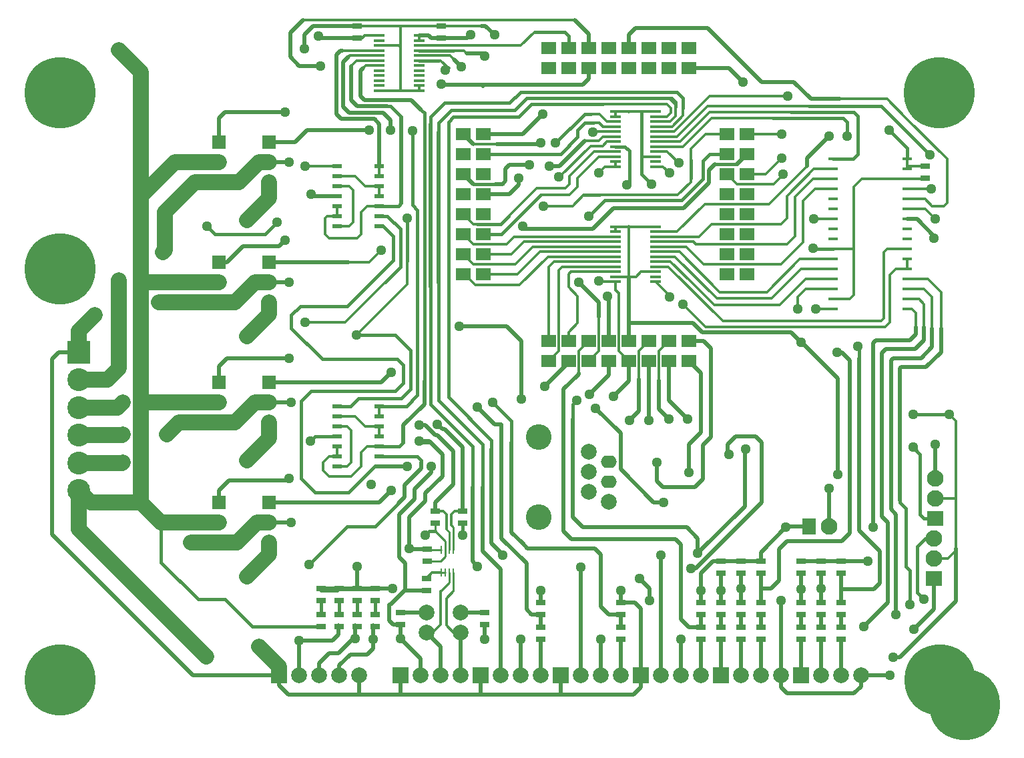
<source format=gbl>
G04 (created by PCBNEW (2013-07-07 BZR 4022)-stable) date ven. 16 mai 2014 20:48:30 CEST*
%MOIN*%
G04 Gerber Fmt 3.4, Leading zero omitted, Abs format*
%FSLAX34Y34*%
G01*
G70*
G90*
G04 APERTURE LIST*
%ADD10C,0.00590551*%
%ADD11C,0.315*%
%ADD12R,0.1142X0.1142*%
%ADD13C,0.1142*%
%ADD14C,0.0787402*%
%ADD15O,0.0787402X0.0629921*%
%ADD16C,0.128*%
%ADD17C,0.3543*%
%ADD18R,0.0098X0.0394*%
%ADD19R,0.0551X0.0138*%
%ADD20R,0.05X0.018*%
%ADD21R,0.045X0.02*%
%ADD22R,0.045X0.025*%
%ADD23R,0.0709X0.0827*%
%ADD24C,0.0827*%
%ADD25R,0.0748X0.063*%
%ADD26C,0.0787*%
%ADD27R,0.0787X0.0787*%
%ADD28R,0.0827X0.0748*%
%ADD29C,0.07*%
%ADD30R,0.07X0.07*%
%ADD31C,0.0512*%
%ADD32C,0.0157*%
%ADD33C,0.0197*%
%ADD34C,0.0787402*%
%ADD35C,0.0138*%
%ADD36C,0.00984252*%
%ADD37C,0.011811*%
G04 APERTURE END LIST*
G54D10*
G54D11*
X80000Y-41375D03*
G54D12*
X37000Y-25000D03*
G54D13*
X37000Y-26375D03*
X37000Y-27775D03*
X37000Y-29150D03*
X37000Y-30525D03*
X37000Y-31900D03*
G54D14*
X62450Y-30975D03*
X62450Y-31975D03*
X62450Y-29975D03*
X63450Y-32475D03*
G54D15*
X63450Y-31475D03*
X63450Y-30475D03*
G54D16*
X59950Y-29225D03*
X59950Y-33225D03*
G54D17*
X80000Y-41375D03*
X36050Y-20825D03*
X36050Y-41375D03*
G54D18*
X55700Y-34870D03*
X55500Y-34870D03*
X55300Y-34870D03*
X55100Y-34870D03*
X55700Y-36010D03*
X55500Y-36010D03*
X55300Y-36010D03*
X55100Y-36010D03*
G54D19*
X63800Y-21475D03*
X63800Y-21225D03*
X63800Y-20975D03*
X63800Y-20725D03*
X63800Y-20475D03*
X63800Y-20225D03*
X63800Y-19975D03*
X63800Y-19725D03*
X63800Y-19475D03*
X63800Y-19225D03*
X63800Y-18975D03*
X63800Y-18725D03*
X65800Y-18725D03*
X65800Y-18975D03*
X65800Y-19225D03*
X65800Y-19475D03*
X65800Y-19725D03*
X65800Y-19975D03*
X65800Y-20225D03*
X65800Y-20475D03*
X65800Y-20725D03*
X65800Y-20975D03*
X65800Y-21225D03*
X65800Y-21475D03*
X63800Y-15725D03*
X63800Y-15475D03*
X63800Y-15225D03*
X63800Y-14975D03*
X63800Y-14725D03*
X63800Y-14475D03*
X63800Y-14225D03*
X63800Y-13975D03*
X63800Y-13725D03*
X63800Y-13475D03*
X63800Y-13225D03*
X63800Y-12975D03*
X65800Y-12975D03*
X65800Y-13225D03*
X65800Y-13475D03*
X65800Y-13725D03*
X65800Y-13975D03*
X65800Y-14225D03*
X65800Y-14475D03*
X65800Y-14725D03*
X65800Y-14975D03*
X65800Y-15225D03*
X65800Y-15475D03*
X65800Y-15725D03*
X54000Y-9175D03*
X54000Y-9425D03*
X54000Y-9675D03*
X54000Y-9925D03*
X54000Y-10175D03*
X54000Y-10425D03*
X54000Y-10675D03*
X54000Y-10925D03*
X54000Y-11175D03*
X54000Y-11425D03*
X54000Y-11675D03*
X54000Y-11925D03*
X52000Y-11925D03*
X52000Y-11675D03*
X52000Y-11425D03*
X52000Y-11175D03*
X52000Y-10925D03*
X52000Y-10675D03*
X52000Y-10425D03*
X52000Y-10175D03*
X52000Y-9925D03*
X52000Y-9675D03*
X52000Y-9425D03*
X52000Y-9175D03*
G54D20*
X74650Y-21350D03*
X74650Y-20850D03*
X74650Y-20350D03*
X74650Y-19850D03*
X74650Y-19350D03*
X74650Y-17350D03*
X74650Y-16850D03*
X74650Y-16350D03*
X74650Y-15850D03*
X74650Y-15350D03*
X78350Y-15350D03*
X78350Y-15850D03*
X78350Y-16350D03*
X78350Y-16850D03*
X78350Y-17350D03*
X78350Y-19350D03*
X78350Y-19850D03*
X78350Y-20350D03*
X78350Y-20850D03*
X78350Y-21350D03*
X78350Y-21850D03*
X78350Y-22350D03*
X78350Y-22850D03*
X78350Y-17850D03*
X78350Y-18350D03*
X78350Y-18850D03*
X74650Y-17850D03*
X74650Y-18350D03*
X74650Y-18850D03*
X74650Y-21850D03*
X74650Y-22350D03*
X74650Y-22850D03*
G54D21*
X49900Y-30700D03*
X49900Y-30200D03*
X49900Y-29700D03*
X49900Y-29200D03*
X49900Y-28700D03*
X49900Y-28200D03*
X49900Y-27700D03*
X52000Y-27700D03*
X52000Y-28200D03*
X52000Y-28700D03*
X52000Y-29200D03*
X52000Y-29700D03*
X52000Y-30200D03*
X52000Y-30700D03*
X49900Y-18700D03*
X49900Y-18200D03*
X49900Y-17700D03*
X49900Y-17200D03*
X49900Y-16700D03*
X49900Y-16200D03*
X49900Y-15700D03*
X52000Y-15700D03*
X52000Y-16200D03*
X52000Y-16700D03*
X52000Y-17200D03*
X52000Y-17700D03*
X52000Y-18200D03*
X52000Y-18700D03*
G54D22*
X74050Y-38100D03*
X74050Y-37500D03*
X71050Y-36050D03*
X71050Y-35450D03*
X70050Y-36050D03*
X70050Y-35450D03*
X69050Y-36050D03*
X69050Y-35450D03*
X73050Y-36050D03*
X73050Y-35450D03*
X73050Y-38100D03*
X73050Y-37500D03*
X75050Y-38100D03*
X75050Y-37500D03*
X74050Y-36050D03*
X74050Y-35450D03*
X75050Y-36050D03*
X75050Y-35450D03*
X57250Y-38600D03*
X57250Y-38000D03*
X54350Y-36900D03*
X54350Y-36300D03*
X68050Y-39350D03*
X68050Y-38750D03*
X68050Y-38100D03*
X68050Y-37500D03*
X60050Y-39350D03*
X60050Y-38750D03*
X64050Y-39350D03*
X64050Y-38750D03*
X64050Y-38100D03*
X64050Y-37500D03*
X60050Y-38100D03*
X60050Y-37500D03*
X56150Y-33550D03*
X56150Y-32950D03*
X54800Y-33550D03*
X54800Y-32950D03*
X71050Y-38100D03*
X71050Y-37500D03*
X69050Y-38100D03*
X69050Y-37500D03*
X70050Y-38100D03*
X70050Y-37500D03*
X53050Y-38600D03*
X53050Y-38000D03*
X50000Y-37400D03*
X50000Y-36800D03*
X50900Y-37400D03*
X50900Y-36800D03*
X51800Y-37400D03*
X51800Y-36800D03*
X49100Y-37400D03*
X49100Y-36800D03*
X54400Y-35450D03*
X54400Y-34850D03*
X55100Y-9300D03*
X55100Y-8700D03*
X50900Y-9300D03*
X50900Y-8700D03*
X79250Y-15700D03*
X79250Y-16300D03*
X50900Y-38700D03*
X50900Y-38100D03*
X50000Y-38700D03*
X50000Y-38100D03*
X49100Y-38700D03*
X49100Y-38100D03*
X51800Y-38700D03*
X51800Y-38100D03*
X69050Y-39350D03*
X69050Y-38750D03*
X71050Y-39350D03*
X71050Y-38750D03*
X70050Y-39350D03*
X70050Y-38750D03*
X73050Y-39350D03*
X73050Y-38750D03*
X74050Y-39350D03*
X74050Y-38750D03*
X75050Y-39350D03*
X75050Y-38750D03*
G54D23*
X73450Y-33700D03*
G54D24*
X74450Y-33700D03*
G54D25*
X67450Y-24449D03*
X67450Y-25449D03*
X66450Y-24449D03*
X66450Y-25449D03*
X65450Y-24449D03*
X65450Y-25449D03*
X64450Y-24449D03*
X64450Y-25449D03*
X63450Y-24449D03*
X63450Y-25449D03*
X62450Y-24449D03*
X62450Y-25449D03*
X61450Y-24449D03*
X61450Y-25449D03*
X60450Y-24449D03*
X60450Y-25449D03*
X67450Y-9800D03*
X67450Y-10800D03*
X66450Y-9800D03*
X66450Y-10800D03*
X65450Y-9800D03*
X65450Y-10800D03*
X64450Y-9800D03*
X64450Y-10800D03*
X63450Y-9800D03*
X63450Y-10800D03*
X62450Y-9800D03*
X62450Y-10800D03*
X61450Y-9800D03*
X61450Y-10800D03*
X60450Y-9800D03*
X60450Y-10800D03*
X69350Y-14100D03*
X70350Y-14100D03*
X69350Y-15100D03*
X70350Y-15100D03*
X69350Y-16100D03*
X70350Y-16100D03*
X69350Y-17100D03*
X70350Y-17100D03*
X69350Y-18100D03*
X70350Y-18100D03*
X69350Y-19100D03*
X70350Y-19100D03*
X69350Y-20100D03*
X70350Y-20100D03*
X69350Y-21100D03*
X70350Y-21100D03*
X56200Y-21100D03*
X57200Y-21100D03*
X56200Y-20100D03*
X57200Y-20100D03*
X56200Y-19100D03*
X57200Y-19100D03*
X56200Y-18100D03*
X57200Y-18100D03*
X56200Y-17100D03*
X57200Y-17100D03*
X56200Y-16100D03*
X57200Y-16100D03*
X56200Y-15100D03*
X57200Y-15100D03*
X56200Y-14100D03*
X57200Y-14100D03*
G54D26*
X51000Y-41150D03*
G54D27*
X47000Y-41150D03*
G54D26*
X48000Y-41150D03*
X49000Y-41150D03*
X50000Y-41150D03*
G54D27*
X65050Y-41150D03*
G54D26*
X66050Y-41150D03*
X67050Y-41150D03*
X68050Y-41150D03*
G54D27*
X57050Y-41150D03*
G54D26*
X58050Y-41150D03*
X59050Y-41150D03*
X60050Y-41150D03*
G54D27*
X61050Y-41150D03*
G54D26*
X62050Y-41150D03*
X63050Y-41150D03*
X64050Y-41150D03*
G54D27*
X53050Y-41150D03*
G54D26*
X54050Y-41150D03*
X55050Y-41150D03*
X56050Y-41150D03*
G54D27*
X69050Y-41150D03*
G54D26*
X70050Y-41150D03*
X71050Y-41150D03*
X72050Y-41150D03*
G54D27*
X73050Y-41150D03*
G54D26*
X74050Y-41150D03*
X75050Y-41150D03*
X76050Y-41150D03*
G54D28*
X79750Y-33300D03*
G54D24*
X79750Y-32300D03*
X79750Y-31300D03*
G54D28*
X79700Y-36300D03*
G54D24*
X79700Y-35300D03*
X79700Y-34300D03*
G54D29*
X46500Y-16500D03*
X46500Y-15500D03*
G54D30*
X46500Y-14500D03*
G54D29*
X44000Y-34500D03*
X44000Y-33500D03*
G54D30*
X44000Y-32500D03*
G54D29*
X46500Y-34500D03*
X46500Y-33500D03*
G54D30*
X46500Y-32500D03*
G54D29*
X44000Y-22500D03*
X44000Y-21500D03*
G54D30*
X44000Y-20500D03*
G54D29*
X46500Y-22500D03*
X46500Y-21500D03*
G54D30*
X46500Y-20500D03*
G54D29*
X46500Y-28500D03*
X46500Y-27500D03*
G54D30*
X46500Y-26500D03*
G54D29*
X44000Y-16500D03*
X44000Y-15500D03*
G54D30*
X44000Y-14500D03*
G54D29*
X44000Y-28500D03*
X44000Y-27500D03*
G54D30*
X44000Y-26500D03*
G54D26*
X56050Y-39000D03*
X56050Y-38000D03*
G54D17*
X79950Y-12050D03*
X36050Y-12050D03*
X81225Y-42601D03*
X81225Y-42601D03*
G54D26*
X54350Y-39000D03*
X54350Y-38000D03*
G54D31*
X61850Y-27400D03*
X59100Y-27350D03*
X56000Y-23700D03*
X51600Y-31600D03*
X72050Y-37400D03*
X67900Y-35050D03*
X70300Y-29850D03*
X77500Y-41150D03*
X51700Y-39350D03*
X67550Y-35800D03*
X69450Y-30100D03*
X65500Y-37400D03*
X65000Y-36300D03*
X39000Y-9900D03*
X43350Y-40200D03*
X56150Y-34150D03*
X54300Y-34150D03*
X48000Y-39400D03*
X63700Y-27200D03*
X56550Y-9150D03*
X62950Y-16050D03*
X62950Y-21450D03*
X48950Y-9200D03*
X78650Y-28100D03*
X54600Y-30700D03*
X53400Y-30700D03*
X77450Y-13900D03*
X50800Y-39300D03*
X77650Y-40250D03*
X80450Y-28100D03*
X57250Y-39350D03*
X53050Y-39300D03*
X59050Y-39350D03*
X67050Y-39350D03*
X63050Y-39350D03*
X66500Y-16050D03*
X66500Y-22250D03*
X62450Y-18200D03*
X45400Y-24200D03*
X45400Y-18400D03*
X59150Y-18700D03*
X45400Y-36200D03*
X45400Y-30400D03*
X53650Y-13950D03*
X52550Y-13900D03*
X74450Y-14200D03*
X79550Y-16850D03*
X56100Y-10750D03*
X59500Y-15650D03*
X58950Y-16300D03*
X55300Y-10900D03*
X79750Y-29600D03*
X72150Y-16100D03*
X79200Y-37350D03*
X72100Y-15300D03*
X79700Y-19300D03*
X75350Y-14200D03*
X65850Y-30500D03*
X67450Y-31000D03*
X60150Y-13100D03*
X57250Y-10200D03*
X63400Y-22200D03*
X62800Y-27800D03*
X66200Y-32500D03*
X74450Y-31800D03*
X66950Y-15550D03*
X67150Y-22600D03*
X56900Y-27750D03*
X60050Y-14550D03*
X57650Y-27500D03*
X60200Y-17700D03*
X79750Y-18350D03*
X79500Y-15150D03*
X73700Y-18350D03*
X72400Y-12200D03*
X56900Y-35700D03*
X62050Y-35750D03*
X58150Y-35150D03*
X66050Y-35150D03*
X48250Y-9850D03*
X57750Y-9150D03*
X78650Y-29750D03*
X50850Y-24150D03*
X54000Y-29450D03*
X65600Y-16600D03*
X74900Y-31100D03*
X73050Y-24500D03*
X73650Y-19800D03*
X37800Y-23150D03*
X52650Y-36800D03*
X53400Y-18300D03*
X53500Y-34800D03*
X50900Y-35700D03*
X46000Y-39700D03*
X43400Y-18700D03*
X46900Y-18500D03*
X48300Y-15700D03*
X78700Y-38850D03*
X68050Y-36900D03*
X64050Y-36900D03*
X60050Y-36900D03*
X76400Y-35450D03*
X72300Y-33750D03*
X62650Y-14000D03*
X72100Y-14100D03*
X62500Y-27100D03*
X60500Y-15700D03*
X60250Y-26700D03*
X60950Y-16250D03*
X66450Y-28350D03*
X64500Y-28400D03*
X65450Y-28400D03*
X76200Y-38700D03*
X69050Y-36900D03*
X74850Y-25000D03*
X73800Y-22850D03*
X78500Y-37600D03*
X74050Y-36800D03*
X55100Y-11600D03*
X54900Y-28600D03*
X49050Y-10700D03*
X54000Y-28650D03*
X48500Y-35600D03*
X47500Y-31300D03*
X52600Y-26000D03*
X51500Y-13900D03*
X47300Y-13000D03*
X48550Y-29450D03*
X48600Y-17100D03*
X47500Y-25300D03*
X52600Y-31900D03*
X52100Y-19900D03*
X47300Y-19400D03*
X47500Y-15500D03*
X41200Y-20000D03*
X39000Y-21400D03*
X47500Y-21500D03*
X41000Y-22500D03*
X39200Y-27500D03*
X47600Y-27500D03*
X41400Y-29100D03*
X39200Y-29100D03*
X47600Y-33500D03*
X39200Y-30500D03*
X42600Y-34500D03*
X48300Y-23500D03*
X77800Y-38100D03*
X70050Y-36800D03*
X76650Y-33750D03*
X73050Y-36850D03*
X75900Y-24700D03*
X72900Y-22850D03*
X67400Y-28350D03*
X61950Y-21500D03*
X60800Y-14550D03*
X70150Y-11500D03*
X64350Y-16650D03*
G54D32*
X61650Y-27600D02*
X61650Y-28350D01*
X61850Y-27400D02*
X61650Y-27600D01*
G54D33*
X59100Y-27350D02*
X59100Y-24450D01*
X59100Y-24450D02*
X58350Y-23700D01*
X58350Y-23700D02*
X56000Y-23700D01*
X61650Y-29500D02*
X61650Y-28350D01*
X62150Y-33750D02*
X61650Y-33250D01*
X61650Y-33250D02*
X61650Y-29500D01*
X62850Y-33750D02*
X62150Y-33750D01*
X67900Y-35050D02*
X67900Y-34300D01*
X67350Y-33750D02*
X62850Y-33750D01*
X62850Y-33750D02*
X62800Y-33750D01*
X67900Y-34300D02*
X67350Y-33750D01*
X72050Y-37400D02*
X72050Y-41150D01*
X70250Y-32700D02*
X67900Y-35050D01*
X70250Y-29900D02*
X70250Y-32700D01*
X70300Y-29850D02*
X70250Y-29900D01*
X75050Y-42050D02*
X75700Y-42050D01*
X72050Y-41750D02*
X72350Y-42050D01*
X72350Y-42050D02*
X75050Y-42050D01*
X72050Y-41150D02*
X72050Y-41750D01*
X75700Y-42050D02*
X76050Y-41700D01*
X76050Y-41700D02*
X76050Y-41150D01*
X77500Y-41150D02*
X76050Y-41150D01*
X51700Y-38650D02*
X51700Y-39350D01*
X50000Y-40650D02*
X50550Y-40100D01*
X50550Y-40100D02*
X51400Y-40100D01*
X51400Y-40100D02*
X51700Y-39800D01*
X51700Y-39800D02*
X51700Y-39350D01*
X50000Y-40650D02*
X50000Y-41150D01*
X67797Y-35800D02*
X67550Y-35800D01*
X71100Y-32497D02*
X67797Y-35800D01*
X71100Y-29500D02*
X71100Y-32497D01*
X70800Y-29200D02*
X71100Y-29500D01*
X69800Y-29200D02*
X70800Y-29200D01*
X69400Y-29600D02*
X69800Y-29200D01*
X69400Y-30150D02*
X69400Y-29600D01*
X69450Y-30100D02*
X69400Y-30150D01*
X65500Y-36800D02*
X65500Y-37400D01*
X65000Y-36300D02*
X65500Y-36800D01*
G54D34*
X40100Y-17200D02*
X40100Y-11000D01*
X40100Y-11000D02*
X39000Y-9900D01*
X37000Y-31900D02*
X37000Y-33850D01*
X37000Y-33850D02*
X43350Y-40200D01*
G54D32*
X49100Y-38700D02*
X45650Y-38700D01*
X41100Y-35500D02*
X41100Y-33500D01*
X42950Y-37350D02*
X41100Y-35500D01*
X44300Y-37350D02*
X42950Y-37350D01*
X45650Y-38700D02*
X44300Y-37350D01*
G54D34*
X44000Y-33500D02*
X41100Y-33500D01*
X41100Y-33500D02*
X40100Y-32500D01*
X44000Y-21500D02*
X40100Y-21500D01*
X40100Y-21500D02*
X40300Y-21500D01*
X40300Y-21500D02*
X40100Y-21500D01*
X44000Y-27500D02*
X40100Y-27500D01*
X40100Y-32500D02*
X40100Y-27500D01*
X40100Y-27500D02*
X40100Y-21900D01*
X40100Y-21900D02*
X40100Y-21500D01*
X40100Y-21500D02*
X40100Y-17200D01*
X40100Y-17200D02*
X41800Y-15500D01*
X41800Y-15500D02*
X44000Y-15500D01*
X37600Y-32500D02*
X37000Y-31900D01*
X39600Y-32500D02*
X37600Y-32500D01*
X40100Y-32500D02*
X39600Y-32500D01*
G54D35*
X64450Y-25449D02*
X64449Y-25449D01*
X63800Y-21900D02*
X63800Y-21475D01*
X63950Y-22050D02*
X63800Y-21900D01*
X63950Y-24950D02*
X63950Y-22050D01*
X64449Y-25449D02*
X63950Y-24950D01*
G54D32*
X54800Y-33950D02*
X54500Y-33950D01*
X56150Y-34150D02*
X56150Y-33550D01*
X54500Y-33950D02*
X54300Y-34150D01*
G54D36*
X55300Y-34870D02*
X55300Y-34450D01*
X54800Y-33950D02*
X54800Y-33550D01*
X55300Y-34450D02*
X54800Y-33950D01*
X54400Y-35450D02*
X55050Y-35450D01*
X55300Y-35200D02*
X55300Y-34870D01*
X55050Y-35450D02*
X55300Y-35200D01*
G54D33*
X64450Y-25449D02*
X64450Y-26450D01*
X64450Y-26450D02*
X63700Y-27200D01*
X48000Y-39400D02*
X49650Y-39400D01*
X48000Y-41150D02*
X48000Y-39400D01*
X49950Y-39100D02*
X49950Y-38650D01*
X49650Y-39400D02*
X49950Y-39100D01*
X55100Y-9300D02*
X56400Y-9300D01*
X56400Y-9300D02*
X56550Y-9150D01*
X54000Y-9175D02*
X54475Y-9175D01*
X54600Y-9300D02*
X55100Y-9300D01*
X54475Y-9175D02*
X54600Y-9300D01*
G54D35*
X54000Y-9175D02*
X54000Y-9425D01*
X63800Y-15725D02*
X63275Y-15725D01*
X63275Y-15725D02*
X62950Y-16050D01*
X63800Y-15725D02*
X63800Y-15475D01*
X63800Y-21475D02*
X62975Y-21475D01*
X62975Y-21475D02*
X62950Y-21450D01*
G54D33*
X50900Y-9300D02*
X49050Y-9300D01*
X49050Y-9300D02*
X48950Y-9200D01*
G54D32*
X80450Y-28100D02*
X78650Y-28100D01*
X52200Y-25350D02*
X52900Y-25350D01*
X53200Y-26550D02*
X52800Y-26950D01*
X53200Y-25650D02*
X53200Y-26550D01*
X52900Y-25350D02*
X53200Y-25650D01*
X52000Y-18700D02*
X52200Y-18700D01*
X51750Y-30700D02*
X52000Y-30700D01*
X52800Y-26950D02*
X48600Y-26950D01*
X48600Y-26950D02*
X48100Y-27450D01*
X48100Y-27450D02*
X48100Y-31300D01*
X48100Y-31300D02*
X48800Y-32000D01*
X48800Y-32000D02*
X50450Y-32000D01*
X50450Y-32000D02*
X51750Y-30700D01*
X49150Y-25350D02*
X52200Y-25350D01*
X47600Y-23800D02*
X49150Y-25350D01*
X47600Y-23150D02*
X47600Y-23800D01*
X48050Y-22700D02*
X47600Y-23150D01*
X50400Y-22700D02*
X48050Y-22700D01*
X52700Y-20400D02*
X50400Y-22700D01*
X52700Y-19200D02*
X52700Y-20400D01*
X52200Y-18700D02*
X52700Y-19200D01*
G54D33*
X53000Y-34250D02*
X53000Y-33100D01*
X53000Y-34950D02*
X53000Y-35250D01*
X52000Y-30700D02*
X53400Y-30700D01*
X53000Y-34950D02*
X53000Y-34250D01*
X53300Y-35550D02*
X53000Y-35250D01*
X53300Y-36900D02*
X53300Y-35550D01*
X53000Y-33100D02*
X53750Y-32350D01*
X53750Y-32350D02*
X53750Y-31850D01*
X53750Y-31850D02*
X54600Y-31000D01*
X54600Y-31000D02*
X54600Y-30700D01*
G54D32*
X78350Y-15350D02*
X78350Y-14800D01*
X78350Y-14800D02*
X77450Y-13900D01*
G54D33*
X53050Y-38600D02*
X52700Y-38600D01*
X52700Y-38600D02*
X52500Y-38400D01*
X52500Y-38400D02*
X52500Y-37600D01*
X52500Y-37600D02*
X52550Y-37600D01*
X53250Y-36900D02*
X53300Y-36900D01*
X53300Y-36900D02*
X54350Y-36900D01*
X52550Y-37600D02*
X53250Y-36900D01*
X50800Y-38650D02*
X50800Y-39300D01*
X49000Y-40550D02*
X49500Y-40050D01*
X49500Y-40050D02*
X49950Y-40050D01*
X49950Y-40050D02*
X50700Y-39300D01*
X50700Y-39300D02*
X50800Y-39300D01*
X49000Y-40550D02*
X49000Y-41150D01*
G54D35*
X52500Y-38400D02*
X52700Y-38600D01*
X52500Y-37600D02*
X52500Y-38400D01*
G54D33*
X80800Y-34800D02*
X80800Y-37450D01*
X80800Y-37450D02*
X78000Y-40250D01*
X78000Y-40250D02*
X77650Y-40250D01*
G54D35*
X79750Y-32300D02*
X80800Y-32300D01*
X80800Y-32300D02*
X80750Y-32300D01*
X80750Y-32300D02*
X80800Y-32300D01*
X80400Y-35300D02*
X79700Y-35300D01*
X80800Y-34900D02*
X80400Y-35300D01*
X80800Y-28450D02*
X80800Y-32300D01*
X80800Y-32300D02*
X80800Y-34800D01*
X80800Y-34800D02*
X80800Y-34900D01*
X80450Y-28100D02*
X80800Y-28450D01*
X52000Y-9175D02*
X51275Y-9175D01*
X51150Y-9300D02*
X50900Y-9300D01*
X51275Y-9175D02*
X51150Y-9300D01*
G54D33*
X57250Y-38600D02*
X57250Y-39350D01*
X53050Y-39300D02*
X53050Y-38600D01*
X54050Y-40300D02*
X54050Y-41150D01*
X53050Y-39300D02*
X54050Y-40300D01*
X59050Y-39350D02*
X59050Y-41150D01*
X67050Y-41150D02*
X67050Y-39350D01*
X63050Y-39350D02*
X63050Y-41150D01*
G54D35*
X79250Y-15700D02*
X78350Y-15700D01*
X78350Y-15700D02*
X78400Y-15700D01*
X78400Y-15700D02*
X78350Y-15700D01*
X65800Y-15725D02*
X66175Y-15725D01*
X66175Y-15725D02*
X66500Y-16050D01*
X66450Y-22125D02*
X65800Y-21475D01*
X66500Y-22250D02*
X66450Y-22200D01*
X66450Y-22200D02*
X66450Y-22125D01*
X78350Y-15350D02*
X78350Y-15700D01*
X78350Y-15700D02*
X78350Y-15850D01*
G54D32*
X65800Y-17397D02*
X63252Y-17397D01*
X65800Y-17397D02*
X67102Y-17397D01*
X67102Y-17397D02*
X68150Y-16350D01*
X68150Y-16350D02*
X68150Y-15450D01*
X68150Y-15450D02*
X68500Y-15100D01*
X68500Y-15100D02*
X69350Y-15100D01*
X63252Y-17397D02*
X62450Y-18200D01*
G54D34*
X46500Y-23100D02*
X46500Y-22500D01*
X45400Y-24200D02*
X46500Y-23100D01*
X46500Y-16500D02*
X46500Y-17300D01*
X46500Y-17300D02*
X45400Y-18400D01*
G54D33*
X59300Y-18850D02*
X59150Y-18700D01*
X66450Y-17800D02*
X63700Y-17800D01*
G54D32*
X69850Y-15600D02*
X68750Y-15600D01*
G54D33*
X68750Y-15600D02*
X68450Y-15900D01*
X68450Y-15900D02*
X68450Y-16550D01*
X68450Y-16550D02*
X67200Y-17800D01*
X67200Y-17800D02*
X66450Y-17800D01*
X70350Y-15100D02*
X69850Y-15600D01*
X62650Y-18850D02*
X62000Y-18850D01*
X63700Y-17800D02*
X62650Y-18850D01*
X62000Y-18850D02*
X59300Y-18850D01*
G54D34*
X46500Y-34500D02*
X46500Y-35100D01*
X46500Y-35100D02*
X45400Y-36200D01*
X46500Y-28500D02*
X46500Y-29300D01*
X46500Y-29300D02*
X45400Y-30400D01*
G54D33*
X52400Y-12700D02*
X50900Y-12700D01*
X50600Y-12400D02*
X50600Y-10700D01*
X50900Y-12700D02*
X50600Y-12400D01*
G54D32*
X52400Y-12700D02*
X52550Y-12700D01*
X52950Y-17700D02*
X52000Y-17700D01*
X53100Y-17550D02*
X52950Y-17700D01*
G54D33*
X53100Y-13250D02*
X53100Y-17550D01*
G54D32*
X52550Y-12700D02*
X53100Y-13250D01*
G54D35*
X52000Y-17700D02*
X51400Y-17700D01*
X49400Y-18200D02*
X49300Y-18300D01*
X49300Y-18300D02*
X49300Y-19100D01*
X49300Y-19100D02*
X49500Y-19300D01*
X49500Y-19300D02*
X50300Y-19300D01*
X49900Y-18200D02*
X49400Y-18200D01*
X51100Y-19100D02*
X50900Y-19300D01*
X50900Y-19300D02*
X50300Y-19300D01*
X51100Y-18000D02*
X51100Y-19100D01*
X51400Y-17700D02*
X51100Y-18000D01*
X49900Y-18200D02*
X49900Y-17700D01*
X50875Y-10425D02*
X50600Y-10700D01*
X52000Y-10425D02*
X50875Y-10425D01*
G54D33*
X53350Y-12400D02*
X51250Y-12400D01*
X51050Y-10950D02*
X51200Y-10800D01*
X51050Y-12200D02*
X51050Y-10950D01*
X51250Y-12400D02*
X51050Y-12200D01*
X54250Y-26450D02*
X54250Y-27600D01*
X53200Y-28650D02*
X53200Y-29500D01*
X54250Y-27600D02*
X53200Y-28650D01*
X53350Y-12400D02*
X53600Y-12400D01*
X53600Y-12400D02*
X54100Y-12900D01*
G54D32*
X52000Y-29700D02*
X53000Y-29700D01*
X53000Y-29700D02*
X53200Y-29500D01*
X54250Y-13050D02*
X54250Y-26450D01*
X54100Y-12900D02*
X54250Y-13050D01*
G54D35*
X52000Y-10675D02*
X51325Y-10675D01*
X51325Y-10675D02*
X51200Y-10800D01*
X49900Y-30200D02*
X49500Y-30200D01*
X49500Y-30200D02*
X49200Y-30500D01*
X49900Y-30200D02*
X49900Y-29700D01*
X52000Y-29700D02*
X51400Y-29700D01*
X51400Y-29700D02*
X51100Y-30000D01*
X51100Y-30000D02*
X51100Y-30700D01*
X51100Y-30700D02*
X50600Y-31200D01*
X50600Y-31200D02*
X49500Y-31200D01*
X49500Y-31200D02*
X49200Y-30900D01*
X49200Y-30900D02*
X49200Y-30500D01*
G54D33*
X52000Y-15700D02*
X52000Y-13600D01*
X52000Y-13600D02*
X51750Y-13350D01*
X50075Y-9925D02*
X50175Y-9925D01*
X49850Y-10150D02*
X50075Y-9925D01*
X49850Y-13100D02*
X49850Y-10150D01*
X50100Y-13350D02*
X49850Y-13100D01*
X51750Y-13350D02*
X50100Y-13350D01*
G54D35*
X50175Y-9925D02*
X52000Y-9925D01*
X52000Y-16200D02*
X52000Y-15700D01*
G54D33*
X50475Y-10225D02*
X50200Y-10500D01*
X52200Y-13050D02*
X52550Y-13400D01*
X50500Y-13050D02*
X52200Y-13050D01*
X50200Y-12750D02*
X50500Y-13050D01*
X50200Y-10500D02*
X50200Y-12750D01*
X52550Y-13400D02*
X52550Y-13900D01*
G54D32*
X53350Y-27700D02*
X52000Y-27700D01*
X53900Y-27150D02*
X53350Y-27700D01*
X53900Y-17900D02*
X53900Y-27150D01*
X53650Y-17650D02*
X53900Y-17900D01*
X53650Y-13950D02*
X53650Y-17650D01*
X52550Y-13400D02*
X52550Y-13900D01*
G54D35*
X50525Y-10175D02*
X52000Y-10175D01*
X50525Y-10175D02*
X50475Y-10225D01*
X52000Y-28200D02*
X52000Y-27700D01*
X56200Y-19100D02*
X56700Y-19600D01*
X58725Y-19225D02*
X63800Y-19225D01*
X58350Y-19600D02*
X58725Y-19225D01*
X56700Y-19600D02*
X58350Y-19600D01*
X63800Y-19475D02*
X59225Y-19475D01*
X58600Y-20100D02*
X57200Y-20100D01*
X59225Y-19475D02*
X58600Y-20100D01*
X56200Y-20100D02*
X56700Y-20600D01*
X59675Y-19725D02*
X63800Y-19725D01*
X58800Y-20600D02*
X59675Y-19725D01*
X56700Y-20600D02*
X58800Y-20600D01*
X63800Y-19975D02*
X60025Y-19975D01*
X58900Y-21100D02*
X57200Y-21100D01*
X60025Y-19975D02*
X58900Y-21100D01*
X63800Y-20225D02*
X60425Y-20225D01*
X59000Y-21650D02*
X57350Y-21650D01*
X60425Y-20225D02*
X59000Y-21650D01*
X56200Y-21100D02*
X56250Y-21100D01*
X56800Y-21650D02*
X57350Y-21650D01*
X56250Y-21100D02*
X56800Y-21650D01*
X60450Y-24449D02*
X60450Y-20750D01*
X60725Y-20475D02*
X63800Y-20475D01*
X60450Y-20750D02*
X60725Y-20475D01*
X63800Y-20725D02*
X61125Y-20725D01*
X60950Y-24949D02*
X60450Y-25449D01*
X60950Y-20900D02*
X60950Y-24949D01*
X61125Y-20725D02*
X60950Y-20900D01*
X61450Y-24449D02*
X61450Y-24000D01*
X61900Y-22200D02*
X61450Y-21750D01*
X61900Y-23550D02*
X61900Y-22200D01*
X61450Y-24000D02*
X61900Y-23550D01*
X61450Y-21750D02*
X61450Y-21100D01*
X61575Y-20975D02*
X63800Y-20975D01*
X61450Y-21100D02*
X61575Y-20975D01*
G54D33*
X74450Y-14200D02*
X73350Y-15300D01*
X73350Y-15300D02*
X73350Y-15700D01*
G54D35*
X73350Y-15300D02*
X73350Y-15700D01*
X73350Y-15700D02*
X71450Y-17600D01*
X71450Y-17600D02*
X68250Y-17600D01*
X68250Y-17600D02*
X66863Y-18986D01*
X66863Y-18986D02*
X65800Y-18986D01*
X65800Y-18986D02*
X65800Y-18975D01*
X79550Y-16850D02*
X78350Y-16850D01*
X65800Y-19225D02*
X67975Y-19225D01*
X73700Y-15850D02*
X74650Y-15850D01*
X72350Y-17200D02*
X73700Y-15850D01*
X72350Y-18300D02*
X72350Y-17200D01*
X72050Y-18600D02*
X72350Y-18300D01*
X68600Y-18600D02*
X72050Y-18600D01*
X67975Y-19225D02*
X68600Y-18600D01*
X74650Y-16350D02*
X73650Y-16350D01*
X65800Y-19486D02*
X65800Y-19475D01*
X67686Y-19486D02*
X65800Y-19486D01*
X67800Y-19600D02*
X67686Y-19486D01*
X72350Y-19600D02*
X67800Y-19600D01*
X72750Y-19200D02*
X72350Y-19600D01*
X72750Y-17250D02*
X72750Y-19200D01*
X73650Y-16350D02*
X72750Y-17250D01*
X65800Y-19725D02*
X67325Y-19725D01*
X73750Y-16850D02*
X74650Y-16850D01*
X73150Y-17450D02*
X73750Y-16850D01*
X73150Y-19500D02*
X73150Y-17450D01*
X72050Y-20600D02*
X73150Y-19500D01*
X68200Y-20600D02*
X72050Y-20600D01*
X67325Y-19725D02*
X68200Y-20600D01*
X70700Y-22000D02*
X69000Y-22000D01*
X66986Y-19986D02*
X65800Y-19986D01*
X69000Y-22000D02*
X66986Y-19986D01*
X65800Y-19986D02*
X65800Y-19975D01*
X73000Y-20350D02*
X73550Y-20350D01*
X71350Y-22000D02*
X73000Y-20350D01*
X70700Y-22000D02*
X71350Y-22000D01*
X74650Y-20350D02*
X73550Y-20350D01*
X65800Y-19986D02*
X65800Y-19975D01*
X66350Y-20225D02*
X66775Y-20225D01*
X68850Y-22300D02*
X70200Y-22300D01*
X66775Y-20225D02*
X68850Y-22300D01*
X73600Y-20850D02*
X73050Y-20850D01*
X71600Y-22300D02*
X70200Y-22300D01*
X73050Y-20850D02*
X71600Y-22300D01*
X73600Y-20850D02*
X74650Y-20850D01*
X65800Y-20225D02*
X66350Y-20225D01*
X65800Y-20475D02*
X66525Y-20475D01*
X67350Y-21300D02*
X67350Y-21288D01*
X66525Y-20475D02*
X67350Y-21300D01*
X73600Y-21350D02*
X73300Y-21350D01*
X73300Y-21350D02*
X72000Y-22650D01*
X72000Y-22650D02*
X68711Y-22650D01*
X68711Y-22650D02*
X67350Y-21288D01*
X67350Y-21288D02*
X66536Y-20475D01*
X66536Y-20475D02*
X66536Y-20463D01*
X66536Y-20463D02*
X66536Y-20475D01*
X66500Y-20475D02*
X66536Y-20475D01*
X66500Y-20475D02*
X65800Y-20475D01*
X74650Y-21350D02*
X73600Y-21350D01*
X65800Y-20725D02*
X66425Y-20725D01*
X69150Y-23450D02*
X70450Y-23450D01*
X66425Y-20725D02*
X69150Y-23450D01*
X70450Y-23450D02*
X71050Y-23450D01*
X77350Y-19850D02*
X78350Y-19850D01*
X77200Y-20000D02*
X77350Y-19850D01*
X77200Y-23300D02*
X77200Y-20000D01*
X77050Y-23450D02*
X77200Y-23300D01*
X71050Y-23450D02*
X77050Y-23450D01*
G54D33*
X55725Y-10375D02*
X56100Y-10750D01*
G54D35*
X55250Y-10175D02*
X55525Y-10175D01*
X55525Y-10175D02*
X55725Y-10375D01*
X54000Y-10175D02*
X55250Y-10175D01*
G54D33*
X58300Y-16450D02*
X58150Y-16600D01*
X58300Y-15850D02*
X58300Y-16450D01*
X58500Y-15650D02*
X58300Y-15850D01*
X58150Y-16600D02*
X58000Y-16600D01*
X57800Y-16600D02*
X58000Y-16600D01*
X56200Y-16100D02*
X56700Y-16600D01*
G54D32*
X56700Y-16600D02*
X57800Y-16600D01*
G54D33*
X59500Y-15650D02*
X58500Y-15650D01*
X55450Y-10800D02*
X55400Y-10800D01*
G54D32*
X54000Y-10425D02*
X54950Y-10425D01*
G54D35*
X55075Y-10425D02*
X55450Y-10800D01*
X54950Y-10425D02*
X55075Y-10425D01*
G54D33*
X58500Y-17100D02*
X57200Y-17100D01*
X58950Y-16650D02*
X58500Y-17100D01*
X58950Y-16300D02*
X58950Y-16650D01*
X55400Y-10800D02*
X55300Y-10900D01*
G54D35*
X72150Y-16100D02*
X72150Y-16150D01*
G54D33*
X79750Y-31300D02*
X79750Y-29600D01*
G54D35*
X69850Y-16600D02*
X69350Y-16100D01*
X71700Y-16600D02*
X69850Y-16600D01*
X72150Y-16150D02*
X71700Y-16600D01*
G54D32*
X79250Y-34300D02*
X79700Y-34300D01*
X78850Y-34700D02*
X79250Y-34300D01*
X78850Y-37000D02*
X78850Y-34700D01*
X79200Y-37350D02*
X78850Y-37000D01*
G54D35*
X71300Y-16100D02*
X72100Y-15300D01*
X70350Y-16100D02*
X71300Y-16100D01*
G54D33*
X78350Y-18350D02*
X78850Y-18350D01*
X78850Y-18350D02*
X79700Y-19200D01*
X79700Y-19200D02*
X79700Y-19300D01*
G54D32*
X71650Y-13300D02*
X75150Y-13300D01*
X75350Y-13500D02*
X75350Y-14200D01*
X75150Y-13300D02*
X75350Y-13500D01*
G54D35*
X67175Y-14725D02*
X65800Y-14725D01*
X68600Y-13300D02*
X67175Y-14725D01*
X71650Y-13300D02*
X68600Y-13300D01*
G54D33*
X75000Y-12350D02*
X73550Y-12350D01*
X73550Y-12350D02*
X72700Y-11500D01*
X64450Y-9150D02*
X64450Y-9800D01*
X64800Y-8800D02*
X64450Y-9150D01*
X68400Y-8800D02*
X64800Y-8800D01*
X71100Y-11500D02*
X68400Y-8800D01*
X72700Y-11500D02*
X71100Y-11500D01*
G54D35*
X78350Y-17350D02*
X79250Y-17350D01*
X80350Y-15350D02*
X78300Y-13300D01*
X80350Y-17550D02*
X80350Y-15350D01*
X80200Y-17700D02*
X80350Y-17550D01*
X79600Y-17700D02*
X80200Y-17700D01*
X79250Y-17350D02*
X79600Y-17700D01*
X77350Y-12350D02*
X75000Y-12350D01*
X75000Y-12350D02*
X73550Y-12350D01*
X78300Y-13300D02*
X77350Y-12350D01*
G54D33*
X67300Y-31750D02*
X67750Y-31750D01*
X68199Y-24449D02*
X67450Y-24449D01*
X68550Y-24800D02*
X68199Y-24449D01*
X68550Y-29250D02*
X68550Y-24800D01*
X68150Y-29650D02*
X68550Y-29250D01*
X68150Y-31350D02*
X68150Y-29650D01*
X67750Y-31750D02*
X68150Y-31350D01*
X65850Y-30500D02*
X65850Y-31450D01*
X65850Y-31450D02*
X66150Y-31750D01*
X66150Y-31750D02*
X67300Y-31750D01*
X66150Y-31750D02*
X65850Y-31450D01*
X67450Y-31000D02*
X67450Y-29600D01*
X68050Y-26049D02*
X67450Y-25449D01*
X68050Y-29000D02*
X68050Y-26049D01*
X67450Y-29600D02*
X68050Y-29000D01*
G54D35*
X55500Y-9675D02*
X59075Y-9675D01*
X59075Y-9675D02*
X59750Y-9000D01*
X59750Y-9000D02*
X60600Y-9000D01*
X54000Y-9675D02*
X55500Y-9675D01*
G54D32*
X61450Y-9200D02*
X61250Y-9000D01*
X61450Y-9200D02*
X61450Y-9800D01*
X61250Y-9000D02*
X60600Y-9000D01*
X60600Y-9000D02*
X59750Y-9000D01*
X55700Y-9925D02*
X54000Y-9925D01*
G54D35*
X56225Y-9925D02*
X56375Y-10075D01*
X55700Y-9925D02*
X56225Y-9925D01*
G54D33*
X59150Y-14100D02*
X60150Y-13100D01*
X57200Y-14100D02*
X59150Y-14100D01*
X57250Y-10200D02*
X57125Y-10075D01*
X57125Y-10075D02*
X56375Y-10075D01*
G54D35*
X63800Y-14975D02*
X62725Y-14975D01*
X62725Y-14975D02*
X61500Y-16200D01*
X59850Y-16800D02*
X58450Y-18200D01*
X61300Y-16800D02*
X59850Y-16800D01*
X61500Y-16600D02*
X61300Y-16800D01*
X61500Y-16200D02*
X61500Y-16600D01*
G54D32*
X58050Y-18600D02*
X56900Y-18600D01*
X58450Y-18200D02*
X58050Y-18600D01*
G54D35*
X56700Y-18600D02*
X56200Y-18100D01*
X56900Y-18600D02*
X56700Y-18600D01*
X63800Y-15225D02*
X62975Y-15225D01*
X62975Y-15225D02*
X61900Y-16300D01*
X61500Y-17150D02*
X60050Y-17150D01*
X61900Y-16750D02*
X61500Y-17150D01*
X61900Y-16300D02*
X61900Y-16750D01*
G54D32*
X60050Y-17150D02*
X58100Y-19100D01*
X58100Y-19100D02*
X57200Y-19100D01*
G54D33*
X63450Y-22250D02*
X63400Y-22200D01*
X63450Y-24449D02*
X63450Y-22250D01*
X62800Y-27800D02*
X64050Y-29050D01*
X64050Y-29050D02*
X64050Y-30850D01*
X64050Y-30850D02*
X65700Y-32500D01*
X65700Y-32500D02*
X66200Y-32500D01*
X74450Y-33700D02*
X74450Y-31800D01*
G54D35*
X72150Y-23750D02*
X70950Y-23750D01*
X66375Y-14975D02*
X66950Y-15550D01*
X65800Y-14975D02*
X66375Y-14975D01*
X70000Y-23750D02*
X70950Y-23750D01*
X67150Y-22600D02*
X68300Y-23750D01*
X68300Y-23750D02*
X70000Y-23750D01*
X72150Y-23750D02*
X77250Y-23750D01*
X77250Y-23750D02*
X77500Y-23500D01*
X77500Y-23500D02*
X77500Y-21150D01*
X77500Y-21150D02*
X77800Y-20850D01*
X77800Y-20850D02*
X78350Y-20850D01*
X78350Y-20850D02*
X78350Y-20350D01*
G54D33*
X58100Y-29350D02*
X58100Y-28600D01*
X58100Y-28600D02*
X57750Y-28600D01*
X57750Y-28600D02*
X56900Y-27750D01*
X58100Y-34300D02*
X59350Y-35550D01*
X58100Y-29350D02*
X58100Y-34300D01*
X59350Y-35550D02*
X59350Y-37850D01*
X59350Y-37850D02*
X59600Y-38100D01*
X59600Y-38100D02*
X60050Y-38100D01*
X58350Y-14600D02*
X60000Y-14600D01*
X56200Y-14100D02*
X56700Y-14600D01*
G54D35*
X56700Y-14600D02*
X57850Y-14600D01*
G54D33*
X57850Y-14600D02*
X58350Y-14600D01*
X60000Y-14600D02*
X60050Y-14550D01*
X60050Y-38750D02*
X60050Y-38100D01*
G54D35*
X60200Y-17700D02*
X61650Y-17700D01*
X61650Y-17700D02*
X62200Y-17150D01*
G54D32*
X58600Y-29500D02*
X58600Y-28450D01*
X58600Y-28450D02*
X57650Y-27500D01*
X63000Y-17150D02*
X62200Y-17150D01*
G54D35*
X67550Y-14850D02*
X67550Y-15400D01*
X69350Y-14100D02*
X68300Y-14100D01*
X68300Y-14100D02*
X67550Y-14850D01*
G54D32*
X67550Y-16300D02*
X67550Y-15400D01*
G54D35*
X67550Y-16500D02*
X66900Y-17150D01*
X66900Y-17150D02*
X63000Y-17150D01*
X67550Y-16300D02*
X67550Y-16500D01*
G54D33*
X58600Y-34000D02*
X59150Y-34550D01*
X58600Y-29500D02*
X58600Y-34000D01*
X63450Y-38100D02*
X63050Y-37700D01*
X63450Y-38100D02*
X64050Y-38100D01*
X59400Y-34800D02*
X59150Y-34550D01*
X62750Y-34800D02*
X59400Y-34800D01*
X63050Y-35100D02*
X62750Y-34800D01*
X63050Y-37700D02*
X63050Y-35100D01*
X64050Y-38100D02*
X64050Y-38750D01*
X61950Y-26050D02*
X61950Y-26100D01*
X61950Y-26100D02*
X61200Y-26850D01*
X61600Y-34350D02*
X63150Y-34350D01*
X61200Y-33950D02*
X61600Y-34350D01*
X61200Y-26850D02*
X61200Y-33950D01*
X68050Y-38750D02*
X68050Y-38100D01*
X67050Y-35850D02*
X67050Y-38350D01*
X67050Y-38350D02*
X67450Y-38750D01*
X68050Y-38750D02*
X67450Y-38750D01*
G54D35*
X61950Y-26050D02*
X61950Y-24949D01*
X61950Y-24949D02*
X62450Y-24449D01*
G54D33*
X63150Y-34350D02*
X65400Y-34350D01*
X66800Y-34350D02*
X67050Y-34600D01*
X67050Y-34600D02*
X67050Y-35850D01*
X65400Y-34350D02*
X66800Y-34350D01*
G54D36*
X55500Y-36010D02*
X55500Y-36500D01*
G54D35*
X54650Y-39000D02*
X55050Y-38600D01*
X55050Y-38600D02*
X55050Y-36950D01*
X54650Y-39000D02*
X54350Y-39000D01*
G54D36*
X55500Y-36500D02*
X55050Y-36950D01*
G54D33*
X55050Y-41150D02*
X55050Y-39700D01*
X55050Y-39700D02*
X54350Y-39000D01*
G54D36*
X55700Y-36010D02*
X55700Y-36950D01*
X55700Y-36950D02*
X55700Y-36900D01*
X55700Y-36900D02*
X55700Y-36950D01*
G54D35*
X56050Y-39000D02*
X55700Y-39000D01*
X55350Y-37300D02*
X55700Y-36950D01*
X55700Y-36950D02*
X55700Y-36950D01*
X55350Y-38650D02*
X55350Y-37300D01*
X55700Y-39000D02*
X55350Y-38650D01*
G54D33*
X56050Y-41150D02*
X56050Y-39000D01*
G54D32*
X73450Y-12700D02*
X77050Y-12700D01*
X77050Y-12700D02*
X79500Y-15150D01*
G54D35*
X78350Y-17850D02*
X79250Y-17850D01*
X79250Y-17850D02*
X79750Y-18350D01*
X66875Y-14225D02*
X65800Y-14225D01*
X68400Y-12700D02*
X66875Y-14225D01*
X73450Y-12700D02*
X68400Y-12700D01*
X69100Y-12200D02*
X68500Y-12200D01*
X74650Y-18350D02*
X73700Y-18350D01*
X72400Y-12200D02*
X69100Y-12200D01*
X66725Y-13975D02*
X65800Y-13975D01*
X68500Y-12200D02*
X66725Y-13975D01*
G54D33*
X60050Y-39350D02*
X60050Y-41150D01*
G54D32*
X60300Y-12300D02*
X59350Y-12300D01*
X54950Y-13550D02*
X54950Y-14000D01*
X55600Y-12900D02*
X54950Y-13550D01*
X58750Y-12900D02*
X55600Y-12900D01*
X59350Y-12300D02*
X58750Y-12900D01*
X54950Y-22750D02*
X54950Y-27400D01*
G54D33*
X54950Y-21550D02*
X54950Y-14000D01*
G54D32*
X54950Y-22750D02*
X54950Y-21550D01*
G54D33*
X58050Y-36800D02*
X58050Y-35850D01*
X57150Y-34950D02*
X57150Y-31750D01*
X58050Y-35850D02*
X57150Y-34950D01*
X58050Y-36800D02*
X58050Y-37800D01*
X58050Y-41150D02*
X58050Y-37800D01*
G54D32*
X57150Y-31750D02*
X57150Y-30000D01*
X54950Y-27400D02*
X57150Y-29600D01*
X57150Y-29600D02*
X57150Y-30000D01*
X66800Y-12750D02*
X66800Y-12500D01*
X66800Y-12500D02*
X66600Y-12300D01*
X66600Y-12300D02*
X60300Y-12300D01*
G54D35*
X65800Y-13475D02*
X66525Y-13475D01*
X66500Y-12350D02*
X63200Y-12350D01*
X63200Y-12350D02*
X63150Y-12350D01*
X66800Y-12650D02*
X66500Y-12350D01*
X66800Y-13200D02*
X66800Y-12750D01*
X66800Y-12750D02*
X66800Y-12650D01*
X66525Y-13475D02*
X66800Y-13200D01*
G54D33*
X64050Y-39350D02*
X64050Y-41150D01*
G54D32*
X59300Y-12000D02*
X59050Y-12000D01*
X54550Y-13250D02*
X54550Y-13600D01*
X55250Y-12550D02*
X54550Y-13250D01*
X58500Y-12550D02*
X55250Y-12550D01*
X59050Y-12000D02*
X58500Y-12550D01*
X54550Y-23000D02*
X54550Y-27600D01*
X56650Y-29700D02*
X56650Y-29900D01*
X54550Y-27600D02*
X56650Y-29700D01*
X54550Y-21750D02*
X54550Y-23000D01*
X56650Y-29900D02*
X56650Y-31750D01*
G54D33*
X54550Y-21000D02*
X54550Y-21750D01*
X56650Y-35450D02*
X56900Y-35700D01*
X56650Y-31750D02*
X56650Y-35450D01*
X54550Y-13600D02*
X54550Y-21000D01*
G54D32*
X67150Y-12800D02*
X67150Y-12300D01*
G54D35*
X65800Y-13725D02*
X66611Y-13725D01*
X67150Y-13186D02*
X67150Y-12800D01*
X66611Y-13725D02*
X67150Y-13186D01*
G54D32*
X67150Y-12300D02*
X66850Y-12000D01*
X66850Y-12000D02*
X59300Y-12000D01*
G54D33*
X62050Y-35750D02*
X62050Y-41150D01*
X68050Y-39350D02*
X68050Y-41150D01*
G54D32*
X55450Y-13800D02*
X55450Y-13500D01*
X58950Y-13250D02*
X59600Y-12600D01*
X55700Y-13250D02*
X58950Y-13250D01*
X55450Y-13500D02*
X55700Y-13250D01*
X55450Y-22500D02*
X55450Y-27250D01*
X57600Y-29400D02*
X57600Y-29850D01*
X55450Y-27250D02*
X57600Y-29400D01*
X55450Y-21450D02*
X55450Y-22500D01*
X55450Y-13800D02*
X55450Y-21450D01*
G54D33*
X58150Y-35150D02*
X58150Y-35100D01*
X57600Y-34550D02*
X57600Y-29850D01*
X58150Y-35100D02*
X57600Y-34550D01*
X66050Y-36850D02*
X66050Y-41150D01*
X66050Y-35150D02*
X66050Y-36850D01*
G54D32*
X63150Y-12600D02*
X59600Y-12600D01*
G54D35*
X66375Y-13225D02*
X66550Y-13050D01*
X66550Y-13050D02*
X66550Y-12800D01*
X66550Y-12800D02*
X66350Y-12600D01*
X66350Y-12600D02*
X63150Y-12600D01*
X65800Y-13225D02*
X66375Y-13225D01*
G54D32*
X74650Y-15350D02*
X75650Y-15350D01*
X75700Y-13000D02*
X72550Y-13000D01*
X75900Y-13200D02*
X75700Y-13000D01*
X75900Y-13800D02*
X75900Y-13200D01*
X75900Y-15100D02*
X75900Y-13800D01*
X75650Y-15350D02*
X75900Y-15100D01*
G54D35*
X67025Y-14475D02*
X65800Y-14475D01*
X68500Y-13000D02*
X67025Y-14475D01*
X72550Y-13000D02*
X68500Y-13000D01*
G54D33*
X48275Y-9825D02*
X48275Y-9125D01*
X48250Y-9850D02*
X48275Y-9825D01*
X57100Y-8700D02*
X57300Y-8700D01*
X57300Y-8700D02*
X57750Y-9150D01*
G54D32*
X79750Y-33300D02*
X79200Y-33300D01*
X79000Y-30100D02*
X78650Y-29750D01*
X79000Y-33100D02*
X79000Y-30100D01*
X79200Y-33300D02*
X79000Y-33100D01*
X53550Y-26800D02*
X53550Y-24900D01*
X50550Y-27700D02*
X50950Y-27300D01*
X50950Y-27300D02*
X53100Y-27300D01*
X53100Y-27300D02*
X53550Y-26850D01*
X53550Y-26850D02*
X53550Y-26800D01*
X49900Y-27700D02*
X50550Y-27700D01*
X52800Y-24150D02*
X50850Y-24150D01*
X53550Y-24900D02*
X52800Y-24150D01*
G54D35*
X53400Y-21600D02*
X53400Y-20450D01*
X50850Y-24150D02*
X53400Y-21600D01*
G54D33*
X64450Y-23550D02*
X67650Y-23550D01*
X72567Y-24017D02*
X73050Y-24500D01*
X68117Y-24017D02*
X72567Y-24017D01*
X67650Y-23550D02*
X68117Y-24017D01*
X37000Y-25000D02*
X36000Y-25000D01*
X42700Y-41150D02*
X47000Y-41150D01*
X35650Y-34100D02*
X42700Y-41150D01*
X35650Y-25350D02*
X35650Y-34100D01*
X36000Y-25000D02*
X35650Y-25350D01*
X53500Y-34800D02*
X53500Y-33250D01*
X55150Y-31200D02*
X55150Y-30100D01*
X54300Y-32050D02*
X55150Y-31200D01*
X54300Y-32450D02*
X54300Y-32050D01*
X53500Y-33250D02*
X54300Y-32450D01*
X55150Y-30100D02*
X54500Y-29450D01*
X54500Y-29450D02*
X54000Y-29450D01*
G54D32*
X54550Y-29500D02*
X55150Y-30100D01*
X54050Y-29500D02*
X54550Y-29500D01*
X54000Y-29450D02*
X54050Y-29500D01*
X65100Y-16100D02*
X65600Y-16600D01*
X65100Y-15225D02*
X65100Y-16100D01*
G54D33*
X73050Y-24500D02*
X73100Y-24500D01*
X74900Y-26300D02*
X74900Y-31100D01*
X73100Y-24500D02*
X74900Y-26300D01*
G54D32*
X74650Y-19850D02*
X73700Y-19850D01*
X73700Y-19850D02*
X73650Y-19800D01*
G54D34*
X37000Y-25000D02*
X37000Y-23950D01*
X37000Y-23950D02*
X37800Y-23150D01*
G54D33*
X52650Y-36800D02*
X51800Y-36800D01*
G54D32*
X65100Y-12975D02*
X65100Y-15225D01*
X65100Y-15225D02*
X65100Y-15200D01*
X65100Y-15200D02*
X65100Y-15225D01*
X53400Y-18300D02*
X53400Y-20450D01*
G54D33*
X64450Y-24449D02*
X64450Y-23550D01*
X64450Y-23550D02*
X64450Y-21225D01*
G54D36*
X55100Y-34870D02*
X54420Y-34870D01*
X54420Y-34870D02*
X54400Y-34850D01*
G54D33*
X54400Y-34850D02*
X53550Y-34850D01*
X53550Y-34850D02*
X53500Y-34800D01*
X50900Y-36800D02*
X50900Y-35700D01*
X50900Y-36800D02*
X51800Y-36800D01*
X50000Y-36800D02*
X50900Y-36800D01*
X49100Y-36800D02*
X50000Y-36800D01*
G54D34*
X47000Y-41150D02*
X47000Y-40700D01*
X47000Y-40700D02*
X46000Y-39700D01*
G54D32*
X50800Y-36850D02*
X51700Y-36850D01*
X49950Y-36850D02*
X50800Y-36850D01*
X49100Y-36900D02*
X49900Y-36900D01*
X49900Y-36900D02*
X49950Y-36850D01*
X43400Y-18700D02*
X43800Y-19100D01*
X43800Y-19100D02*
X46300Y-19100D01*
X46300Y-19100D02*
X46900Y-18500D01*
G54D35*
X46300Y-19100D02*
X43800Y-19100D01*
X46900Y-18500D02*
X46300Y-19100D01*
X48300Y-15700D02*
X49900Y-15700D01*
G54D33*
X50900Y-8700D02*
X48700Y-8700D01*
X48700Y-8700D02*
X48275Y-9125D01*
X64300Y-37500D02*
X64750Y-37500D01*
X64750Y-37500D02*
X65050Y-37800D01*
X65050Y-41150D02*
X65050Y-37800D01*
X64300Y-37500D02*
X64050Y-37500D01*
X79700Y-36300D02*
X79700Y-37850D01*
X79700Y-37850D02*
X78700Y-38850D01*
G54D35*
X55100Y-8700D02*
X57100Y-8700D01*
X52800Y-9675D02*
X53050Y-9675D01*
X53000Y-9700D02*
X53050Y-9700D01*
X53025Y-9700D02*
X53000Y-9700D01*
X53050Y-9675D02*
X53025Y-9700D01*
X53050Y-10200D02*
X53050Y-9700D01*
X53050Y-9700D02*
X53050Y-8700D01*
X53050Y-8700D02*
X53050Y-8750D01*
X53050Y-8750D02*
X53050Y-8700D01*
X50900Y-8700D02*
X53050Y-8700D01*
X53050Y-8700D02*
X55100Y-8700D01*
G54D33*
X60050Y-37500D02*
X60050Y-36900D01*
X64050Y-36900D02*
X64050Y-37500D01*
X53050Y-41150D02*
X53050Y-42100D01*
X53050Y-42100D02*
X53050Y-42050D01*
X53050Y-42050D02*
X53050Y-42100D01*
X51000Y-41150D02*
X51000Y-42100D01*
X51000Y-42100D02*
X51000Y-42050D01*
X51000Y-42050D02*
X51000Y-42100D01*
X53600Y-42100D02*
X53050Y-42100D01*
X53050Y-42100D02*
X51000Y-42100D01*
X51000Y-42100D02*
X47450Y-42100D01*
X47450Y-42100D02*
X47000Y-41650D01*
X47000Y-41650D02*
X47000Y-41150D01*
X68050Y-37500D02*
X68050Y-36900D01*
X68050Y-36900D02*
X68050Y-36050D01*
X68050Y-36050D02*
X68650Y-35450D01*
X68650Y-35450D02*
X69050Y-35450D01*
X75050Y-35450D02*
X76400Y-35450D01*
X74050Y-35450D02*
X75050Y-35450D01*
X73050Y-35450D02*
X74050Y-35450D01*
X71050Y-35450D02*
X71050Y-35000D01*
X71050Y-35000D02*
X72300Y-33750D01*
X70050Y-35450D02*
X71050Y-35450D01*
X69050Y-35450D02*
X70050Y-35450D01*
X72350Y-33700D02*
X73450Y-33700D01*
X72300Y-33750D02*
X72350Y-33700D01*
G54D35*
X65800Y-15225D02*
X65100Y-15225D01*
X78350Y-16350D02*
X79200Y-16350D01*
X79200Y-16350D02*
X79250Y-16300D01*
X52000Y-9675D02*
X52800Y-9675D01*
X53050Y-10200D02*
X53050Y-11925D01*
X52000Y-11925D02*
X53050Y-11925D01*
X53050Y-11925D02*
X54000Y-11925D01*
X54000Y-11925D02*
X54000Y-11675D01*
G54D33*
X57050Y-41150D02*
X57050Y-42100D01*
X61050Y-41150D02*
X61050Y-42100D01*
X61050Y-42100D02*
X61050Y-42050D01*
X61050Y-42050D02*
X61050Y-42100D01*
X65050Y-41750D02*
X65050Y-41150D01*
X64700Y-42100D02*
X65050Y-41750D01*
X53600Y-42100D02*
X57050Y-42100D01*
X57050Y-42100D02*
X61050Y-42100D01*
X61050Y-42100D02*
X64700Y-42100D01*
G54D35*
X64450Y-18700D02*
X64450Y-21225D01*
X64450Y-21225D02*
X64450Y-21250D01*
X64450Y-21250D02*
X64450Y-21225D01*
X64450Y-18725D02*
X64450Y-18700D01*
X64450Y-12975D02*
X64450Y-13000D01*
X64450Y-13000D02*
X64450Y-12975D01*
X63800Y-13225D02*
X63800Y-12975D01*
X63800Y-12975D02*
X64450Y-12975D01*
X64450Y-12975D02*
X65100Y-12975D01*
X65100Y-12975D02*
X65800Y-12975D01*
X63800Y-21225D02*
X64450Y-21225D01*
X64450Y-21225D02*
X64825Y-21225D01*
X64825Y-21225D02*
X65075Y-20975D01*
X65075Y-20975D02*
X65100Y-20975D01*
X65100Y-20975D02*
X65800Y-20975D01*
X63800Y-18975D02*
X63800Y-18725D01*
X63800Y-18725D02*
X64450Y-18725D01*
X64450Y-18725D02*
X65100Y-18725D01*
X65800Y-18736D02*
X65800Y-18725D01*
X65788Y-18725D02*
X65800Y-18736D01*
X65100Y-18725D02*
X65788Y-18725D01*
X75700Y-20700D02*
X75700Y-16750D01*
X76100Y-16350D02*
X78350Y-16350D01*
X75700Y-16750D02*
X76100Y-16350D01*
X74650Y-19850D02*
X75700Y-19850D01*
X75700Y-19850D02*
X75700Y-20700D01*
X75700Y-20700D02*
X75700Y-22150D01*
X75500Y-22350D02*
X74650Y-22350D01*
X75700Y-22150D02*
X75500Y-22350D01*
X70350Y-14100D02*
X72100Y-14100D01*
X62675Y-13975D02*
X63800Y-13975D01*
X62650Y-14000D02*
X62675Y-13975D01*
G54D33*
X62500Y-27100D02*
X63450Y-26150D01*
X63450Y-26150D02*
X63450Y-25449D01*
G54D35*
X63175Y-14225D02*
X62950Y-14450D01*
X62950Y-14450D02*
X62250Y-14450D01*
G54D33*
X62250Y-14450D02*
X61000Y-15700D01*
X61000Y-15700D02*
X60500Y-15700D01*
G54D35*
X63800Y-14225D02*
X63175Y-14225D01*
G54D33*
X60250Y-26700D02*
X61450Y-25500D01*
X61450Y-25500D02*
X61450Y-25449D01*
G54D35*
X63800Y-14475D02*
X63375Y-14475D01*
G54D33*
X61000Y-16250D02*
X60950Y-16250D01*
G54D35*
X62550Y-14700D02*
X61000Y-16250D01*
X63150Y-14700D02*
X62550Y-14700D01*
X63375Y-14475D02*
X63150Y-14700D01*
X65950Y-26400D02*
X65950Y-24949D01*
G54D33*
X66450Y-28350D02*
X65950Y-27850D01*
X65950Y-26400D02*
X65950Y-27850D01*
G54D35*
X65950Y-24949D02*
X66450Y-24449D01*
X64950Y-26350D02*
X64950Y-24949D01*
G54D33*
X64500Y-28400D02*
X64950Y-27950D01*
X64950Y-26350D02*
X64950Y-27950D01*
G54D35*
X64950Y-24949D02*
X65450Y-24449D01*
G54D33*
X65450Y-25449D02*
X65450Y-28400D01*
X79200Y-23900D02*
X79200Y-24400D01*
X77400Y-37500D02*
X76200Y-38700D01*
X77400Y-33500D02*
X77400Y-37500D01*
X77100Y-33200D02*
X77400Y-33500D01*
X77100Y-25050D02*
X77100Y-33200D01*
X77300Y-24850D02*
X77100Y-25050D01*
X78750Y-24850D02*
X77300Y-24850D01*
X79200Y-24400D02*
X78750Y-24850D01*
X79200Y-23750D02*
X79200Y-23900D01*
G54D35*
X78950Y-22350D02*
X78350Y-22350D01*
X79200Y-22600D02*
X79200Y-23750D01*
X78950Y-22350D02*
X79200Y-22600D01*
G54D33*
X69050Y-37500D02*
X69050Y-36900D01*
X69050Y-36900D02*
X69050Y-36050D01*
X75050Y-41150D02*
X75050Y-39350D01*
X73050Y-41150D02*
X73050Y-39350D01*
X70050Y-41150D02*
X70050Y-39350D01*
X74500Y-34450D02*
X75100Y-34450D01*
X71050Y-36800D02*
X71550Y-36800D01*
X71950Y-36400D02*
X71550Y-36800D01*
X71950Y-35500D02*
X71950Y-34850D01*
X75100Y-25000D02*
X74850Y-25000D01*
X72350Y-34450D02*
X74500Y-34450D01*
X71950Y-34850D02*
X72350Y-34450D01*
X71950Y-35500D02*
X71950Y-36400D01*
X75100Y-34450D02*
X75500Y-34050D01*
X75500Y-34050D02*
X75500Y-25400D01*
X75500Y-25400D02*
X75100Y-25000D01*
G54D35*
X73800Y-22850D02*
X74650Y-22850D01*
G54D33*
X71050Y-36050D02*
X71050Y-36800D01*
X71050Y-36800D02*
X71050Y-37500D01*
X71050Y-38750D02*
X71050Y-38100D01*
X69050Y-38750D02*
X69050Y-38100D01*
X75050Y-38750D02*
X75050Y-38100D01*
X73050Y-38750D02*
X73050Y-38100D01*
G54D32*
X78500Y-37600D02*
X78500Y-35900D01*
X78000Y-32500D02*
X78000Y-32400D01*
X78300Y-32800D02*
X78000Y-32500D01*
X78300Y-35700D02*
X78300Y-32800D01*
X78500Y-35900D02*
X78300Y-35700D01*
G54D33*
X80050Y-24450D02*
X80050Y-25000D01*
X78000Y-32400D02*
X78000Y-32400D01*
X78000Y-25800D02*
X78000Y-32400D01*
X78050Y-25750D02*
X78000Y-25800D01*
X79300Y-25750D02*
X78050Y-25750D01*
X80050Y-25000D02*
X79300Y-25750D01*
X80050Y-23800D02*
X80050Y-24450D01*
G54D35*
X79400Y-21350D02*
X78350Y-21350D01*
X80050Y-22000D02*
X80050Y-23800D01*
X79400Y-21350D02*
X80050Y-22000D01*
G54D33*
X74050Y-36050D02*
X74050Y-36800D01*
X74050Y-36800D02*
X74050Y-37500D01*
X55150Y-11650D02*
X55100Y-11600D01*
X55250Y-28850D02*
X55150Y-28850D01*
X56150Y-29750D02*
X55250Y-28850D01*
X56150Y-29750D02*
X56150Y-32950D01*
X55150Y-28850D02*
X54900Y-28600D01*
X57150Y-11650D02*
X55150Y-11650D01*
G54D32*
X57150Y-11650D02*
X57150Y-11700D01*
G54D33*
X62450Y-11350D02*
X62150Y-11650D01*
X62150Y-11650D02*
X57150Y-11650D01*
X62450Y-10800D02*
X62450Y-11350D01*
G54D32*
X57150Y-11700D02*
X57150Y-11650D01*
G54D36*
X55700Y-34870D02*
X55700Y-33750D01*
X55700Y-33750D02*
X55600Y-33650D01*
G54D35*
X55750Y-32950D02*
X56150Y-32950D01*
X55600Y-33100D02*
X55600Y-33650D01*
X55750Y-32950D02*
X55600Y-33100D01*
G54D33*
X49050Y-10700D02*
X48000Y-10700D01*
X61750Y-8400D02*
X62450Y-9100D01*
G54D35*
X48200Y-8400D02*
X61750Y-8400D01*
G54D33*
X48000Y-8600D02*
X48200Y-8400D01*
X62450Y-9100D02*
X62450Y-9800D01*
X54800Y-29150D02*
X54300Y-28650D01*
X54300Y-28650D02*
X54000Y-28650D01*
X54800Y-32950D02*
X54800Y-32500D01*
X55700Y-29950D02*
X54900Y-29150D01*
X55700Y-31600D02*
X55700Y-29950D01*
X54800Y-32500D02*
X55700Y-31600D01*
X54900Y-29150D02*
X54800Y-29150D01*
X48000Y-10700D02*
X47550Y-10250D01*
X47550Y-10250D02*
X47550Y-9050D01*
X47550Y-9050D02*
X48000Y-8600D01*
G54D35*
X55350Y-33850D02*
X55350Y-33100D01*
X55200Y-32950D02*
X54800Y-32950D01*
X55350Y-33100D02*
X55200Y-32950D01*
G54D36*
X55500Y-34870D02*
X55500Y-34000D01*
X55500Y-34000D02*
X55350Y-33850D01*
G54D33*
X52975Y-32525D02*
X53250Y-32250D01*
X54100Y-30800D02*
X54100Y-30500D01*
X53250Y-31650D02*
X54100Y-30800D01*
X53250Y-32250D02*
X53250Y-31650D01*
G54D32*
X53900Y-30200D02*
X52000Y-30200D01*
X54100Y-30400D02*
X53900Y-30200D01*
X54100Y-30500D02*
X54100Y-30400D01*
X51800Y-33700D02*
X52975Y-32525D01*
X50400Y-33700D02*
X51800Y-33700D01*
X48500Y-35600D02*
X50400Y-33700D01*
G54D35*
X49900Y-30700D02*
X50400Y-30700D01*
X50400Y-28700D02*
X49900Y-28700D01*
X50600Y-28900D02*
X50400Y-28700D01*
X50600Y-30500D02*
X50600Y-28900D01*
X50400Y-30700D02*
X50600Y-30500D01*
X49900Y-28200D02*
X50800Y-28200D01*
X51300Y-28700D02*
X52000Y-28700D01*
X50800Y-28200D02*
X51300Y-28700D01*
X52000Y-28700D02*
X52000Y-29200D01*
G54D33*
X44000Y-31900D02*
X44000Y-32500D01*
X44500Y-31400D02*
X44000Y-31900D01*
X47400Y-31400D02*
X44500Y-31400D01*
X47500Y-31300D02*
X47400Y-31400D01*
X46500Y-26500D02*
X52100Y-26500D01*
X52100Y-26500D02*
X52600Y-26000D01*
X51500Y-13900D02*
X48400Y-13900D01*
X47800Y-14500D02*
X46500Y-14500D01*
X48400Y-13900D02*
X47800Y-14500D01*
G54D35*
X47100Y-14500D02*
X46500Y-14500D01*
G54D33*
X47100Y-14500D02*
X46500Y-14500D01*
X44000Y-14500D02*
X44000Y-13300D01*
X44300Y-13000D02*
X47300Y-13000D01*
X44000Y-13300D02*
X44300Y-13000D01*
G54D32*
X49900Y-29200D02*
X48800Y-29200D01*
X48800Y-29200D02*
X48550Y-29450D01*
G54D33*
X48700Y-17200D02*
X48600Y-17100D01*
X49900Y-17200D02*
X48700Y-17200D01*
X44000Y-25700D02*
X44000Y-26500D01*
X44400Y-25300D02*
X44000Y-25700D01*
X47500Y-25300D02*
X44400Y-25300D01*
X46500Y-32500D02*
X52000Y-32500D01*
X52000Y-32500D02*
X52600Y-31900D01*
G54D35*
X50450Y-20550D02*
X50450Y-20500D01*
X50500Y-20500D02*
X50450Y-20550D01*
X51500Y-20500D02*
X50500Y-20500D01*
X52100Y-19900D02*
X51500Y-20500D01*
G54D33*
X46500Y-20500D02*
X50450Y-20500D01*
X44000Y-20500D02*
X44400Y-20500D01*
X47000Y-19700D02*
X47300Y-19400D01*
X45200Y-19700D02*
X47000Y-19700D01*
X44400Y-20500D02*
X45200Y-19700D01*
G54D35*
X49900Y-18700D02*
X50500Y-18700D01*
X50500Y-16700D02*
X49900Y-16700D01*
X50700Y-16900D02*
X50500Y-16700D01*
X50700Y-18500D02*
X50700Y-16900D01*
X50500Y-18700D02*
X50700Y-18500D01*
X52000Y-17200D02*
X52000Y-16700D01*
X52000Y-16700D02*
X51300Y-16700D01*
X50800Y-16200D02*
X49900Y-16200D01*
X51300Y-16700D02*
X50800Y-16200D01*
G54D33*
X46500Y-15500D02*
X47500Y-15500D01*
G54D34*
X37000Y-26375D02*
X38425Y-26375D01*
X42800Y-16500D02*
X44000Y-16500D01*
X41300Y-18000D02*
X42800Y-16500D01*
X41300Y-19900D02*
X41300Y-18000D01*
X41200Y-20000D02*
X41300Y-19900D01*
X39000Y-25800D02*
X39000Y-21400D01*
X38425Y-26375D02*
X39000Y-25800D01*
X44000Y-16500D02*
X45000Y-16500D01*
X45000Y-16500D02*
X46000Y-15500D01*
X46000Y-15500D02*
X46500Y-15500D01*
G54D33*
X46000Y-15500D02*
X46500Y-15500D01*
X45000Y-16500D02*
X46000Y-15500D01*
X47500Y-21500D02*
X46500Y-21500D01*
G54D34*
X44000Y-22500D02*
X41000Y-22500D01*
X39200Y-27500D02*
X38925Y-27775D01*
X38925Y-27775D02*
X37000Y-27775D01*
X44000Y-22500D02*
X44800Y-22500D01*
X44800Y-22500D02*
X45800Y-21500D01*
X45800Y-21500D02*
X46500Y-21500D01*
G54D33*
X47600Y-27500D02*
X46500Y-27500D01*
G54D34*
X37000Y-29150D02*
X39150Y-29150D01*
X42000Y-28500D02*
X44000Y-28500D01*
X41400Y-29100D02*
X42000Y-28500D01*
X39150Y-29150D02*
X39200Y-29100D01*
X44000Y-28500D02*
X44800Y-28500D01*
X44800Y-28500D02*
X45800Y-27500D01*
X45800Y-27500D02*
X46500Y-27500D01*
G54D33*
X47600Y-33500D02*
X46500Y-33500D01*
G54D34*
X44000Y-34500D02*
X42600Y-34500D01*
X39175Y-30525D02*
X37000Y-30525D01*
X39200Y-30500D02*
X39175Y-30525D01*
X44000Y-34500D02*
X44900Y-34500D01*
X45900Y-33500D02*
X46500Y-33500D01*
X44900Y-34500D02*
X45900Y-33500D01*
G54D32*
X52000Y-18200D02*
X52400Y-18200D01*
X52400Y-18200D02*
X53050Y-18850D01*
X53050Y-20750D02*
X52300Y-21500D01*
X53050Y-18850D02*
X53050Y-20750D01*
G54D35*
X50300Y-23500D02*
X48300Y-23500D01*
X52300Y-21500D02*
X50300Y-23500D01*
G54D33*
X54350Y-38000D02*
X53050Y-38000D01*
G54D32*
X49100Y-38100D02*
X49100Y-37400D01*
G54D33*
X56050Y-38000D02*
X57250Y-38000D01*
G54D37*
X55100Y-36010D02*
X54640Y-36010D01*
X54640Y-36010D02*
X54350Y-36300D01*
G54D36*
X55300Y-36010D02*
X55100Y-36010D01*
G54D33*
X70050Y-38750D02*
X70050Y-38250D01*
X70050Y-38250D02*
X70050Y-38100D01*
X79600Y-24550D02*
X79600Y-24750D01*
X77800Y-33100D02*
X77800Y-38100D01*
X77550Y-32850D02*
X77800Y-33100D01*
X77550Y-25400D02*
X77550Y-32850D01*
X77650Y-25300D02*
X77550Y-25400D01*
X79050Y-25300D02*
X77650Y-25300D01*
X79600Y-24750D02*
X79050Y-25300D01*
X79600Y-24550D02*
X79600Y-23800D01*
G54D35*
X79600Y-22250D02*
X79600Y-23800D01*
X79200Y-21850D02*
X79600Y-22250D01*
X79200Y-21850D02*
X78350Y-21850D01*
G54D33*
X70050Y-37500D02*
X70050Y-36800D01*
X70050Y-36800D02*
X70050Y-36050D01*
X69050Y-41150D02*
X69050Y-39350D01*
X71050Y-41150D02*
X71050Y-39350D01*
X74050Y-41150D02*
X74050Y-39350D01*
X78500Y-24400D02*
X78800Y-24100D01*
X76800Y-24400D02*
X78500Y-24400D01*
X76650Y-24550D02*
X76800Y-24400D01*
X76650Y-33750D02*
X76650Y-24550D01*
X78800Y-24100D02*
X78800Y-23750D01*
G54D35*
X78350Y-22850D02*
X78600Y-22850D01*
X78800Y-23050D02*
X78800Y-23750D01*
X78600Y-22850D02*
X78800Y-23050D01*
G54D33*
X73050Y-36050D02*
X73050Y-36850D01*
X73050Y-36850D02*
X73050Y-37500D01*
G54D32*
X75950Y-24750D02*
X75950Y-25300D01*
G54D33*
X76700Y-36850D02*
X75050Y-36850D01*
X75950Y-25300D02*
X75950Y-33900D01*
X75950Y-33900D02*
X77000Y-34950D01*
X77000Y-34950D02*
X77000Y-36550D01*
X77000Y-36550D02*
X76700Y-36850D01*
G54D32*
X75900Y-24700D02*
X75950Y-24750D01*
G54D35*
X73300Y-21850D02*
X72900Y-22250D01*
X72900Y-22850D02*
X72900Y-22250D01*
X74650Y-21850D02*
X73300Y-21850D01*
G54D33*
X75050Y-36050D02*
X75050Y-36850D01*
X75050Y-36850D02*
X75050Y-37500D01*
X74050Y-38750D02*
X74050Y-38100D01*
G54D32*
X50000Y-37400D02*
X50000Y-38100D01*
G54D33*
X66450Y-25449D02*
X66450Y-27400D01*
X66450Y-27400D02*
X67400Y-28350D01*
G54D32*
X50900Y-38100D02*
X50900Y-37400D01*
G54D33*
X62950Y-23250D02*
X62950Y-22500D01*
X62950Y-22500D02*
X61950Y-21500D01*
G54D32*
X62550Y-13100D02*
X62250Y-13100D01*
X62250Y-13100D02*
X60800Y-14550D01*
G54D35*
X62700Y-13100D02*
X62550Y-13100D01*
X63800Y-13475D02*
X63375Y-13475D01*
X63000Y-13100D02*
X62700Y-13100D01*
X63375Y-13475D02*
X63000Y-13100D01*
X62451Y-25449D02*
X62450Y-25449D01*
X62950Y-23250D02*
X62950Y-24950D01*
X62950Y-24950D02*
X62451Y-25449D01*
G54D33*
X67450Y-10800D02*
X69450Y-10800D01*
X69450Y-10800D02*
X70150Y-11500D01*
G54D32*
X64275Y-14725D02*
X63800Y-14725D01*
X64500Y-14950D02*
X64275Y-14725D01*
X64500Y-16500D02*
X64500Y-14950D01*
X64350Y-16650D02*
X64500Y-16500D01*
X51800Y-37400D02*
X51800Y-38100D01*
X60000Y-15100D02*
X61050Y-15100D01*
X61900Y-13900D02*
X62250Y-13550D01*
X61900Y-14250D02*
X61900Y-13900D01*
X61050Y-15100D02*
X61900Y-14250D01*
X57200Y-15100D02*
X60000Y-15100D01*
X62250Y-13550D02*
X62700Y-13550D01*
G54D35*
X63800Y-13725D02*
X63175Y-13725D01*
X63000Y-13550D02*
X62700Y-13550D01*
X63175Y-13725D02*
X63000Y-13550D01*
M02*

</source>
